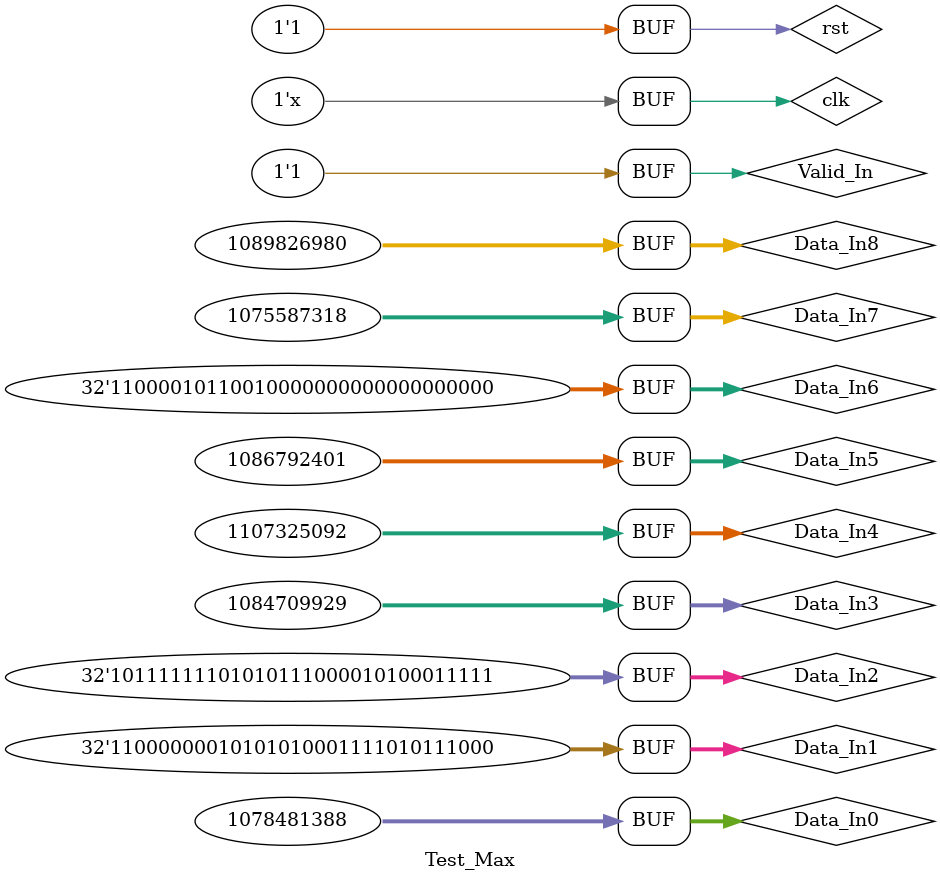
<source format=v>
`timescale 1ns / 1ps


module Test_Max(

    );
    parameter CLK = 20;
    parameter Period = CLK*2;
    
    reg [31:0] Data_In0,Data_In1,Data_In2,Data_In3,Data_In4,Data_In5,Data_In6,Data_In7,Data_In8;
    reg Valid_In;
    reg clk;
    reg rst;
    
    wire [31:0] Data_Out;
    wire Valid_Out;
    
    initial begin
        clk = 0;
        rst = 0;
        Valid_In = 0;
        Data_In0 = 0;
        Data_In1 = 0;
        Data_In2 = 0;
        Data_In3 = 0;
        Data_In4 = 0;
        Data_In5 = 0;
        Data_In6 = 0;
        Data_In7 = 0;
        Data_In8 = 0;
        #Period
        rst = 1;
        Valid_In = 1;
        #CLK
        Data_In0 = 32'h404851ec; //3.13
        Data_In1 = 32'hc0551eb8; //-3.33
        Data_In2 = 32'hbfab851f; //-1.34
        Data_In3 = 32'h40a75c29; //5.23
        Data_In4 = 32'h420070a4; //32.11
        Data_In5 = 32'h40c722d1; //6.23
        Data_In6 = 32'hc2c80000; //-100
        Data_In7 = 32'h401c28f6; //2.44
        Data_In8 = 32'h40f570a4; //7.67

    end
    always #CLK clk =~clk;
    Find_Max_3x3 DUT(
        .Data_In0(Data_In0),
        .Data_In1(Data_In1),
        .Data_In2(Data_In2),
        .Data_In3(Data_In3),
        .Data_In4(Data_In4),
        .Data_In5(Data_In5),
        .Data_In6(Data_In6),
        .Data_In7(Data_In7),
        .Data_In8(Data_In8),
        .Valid_In(Valid_In),
        .clk(clk),
        .rst(rst),
        .Data_Out(Data_Out),
        .Valid_Out(Valid_Out)
    );   
endmodule

</source>
